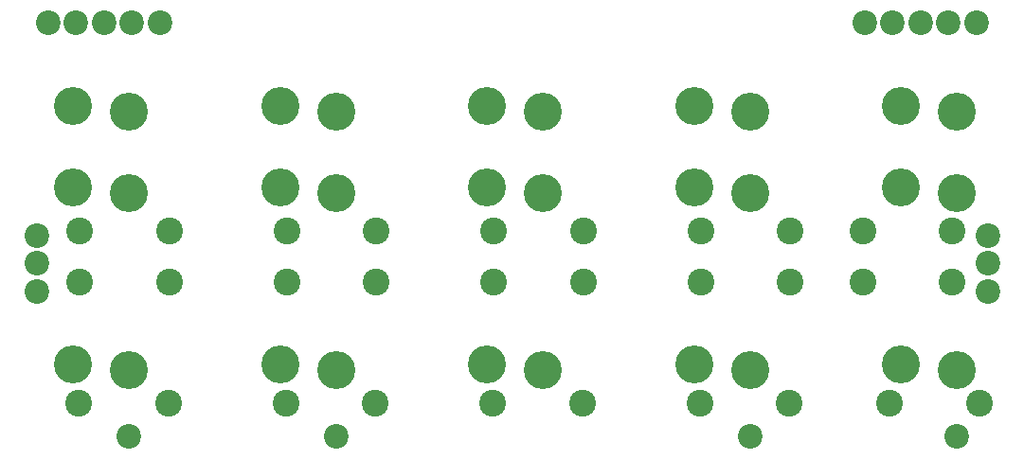
<source format=gbs>
G04 #@! TF.FileFunction,Soldermask,Bot*
%FSLAX46Y46*%
G04 Gerber Fmt 4.6, Leading zero omitted, Abs format (unit mm)*
G04 Created by KiCad (PCBNEW 4.0.1-stable) date Monday, April 18, 2016 'PMt' 04:19:38 PM*
%MOMM*%
G01*
G04 APERTURE LIST*
%ADD10C,0.100000*%
%ADD11C,2.200000*%
%ADD12C,2.400000*%
%ADD13C,3.400000*%
G04 APERTURE END LIST*
D10*
D11*
X84250000Y-40000000D03*
X65750000Y-40000000D03*
X28750000Y-40000000D03*
X10250000Y-40000000D03*
X86000000Y-3000000D03*
X83500000Y-3000000D03*
X81000000Y-3000000D03*
X78500000Y-3000000D03*
X76000000Y-3000000D03*
X13000000Y-3000000D03*
X10500000Y-3000000D03*
X8000000Y-3000000D03*
X5500000Y-3000000D03*
X3000000Y-3000000D03*
D12*
X5850000Y-26200000D03*
X5850000Y-21600000D03*
X13850000Y-21600000D03*
X13850000Y-26200000D03*
X75850000Y-26200000D03*
X61350000Y-26200000D03*
X42850000Y-26200000D03*
X24350000Y-26200000D03*
X83850000Y-26200000D03*
X69350000Y-26200000D03*
X50850000Y-26200000D03*
X32350000Y-26200000D03*
X83850000Y-21599999D03*
X69350000Y-21600000D03*
X50850000Y-21600000D03*
X32350000Y-21600000D03*
X75850000Y-21600000D03*
X61350000Y-21600000D03*
X42850000Y-21600000D03*
X24350000Y-21600000D03*
D11*
X87000000Y-22000000D03*
X87000000Y-24500000D03*
X2000000Y-22000000D03*
X2000000Y-24500000D03*
D12*
X86250000Y-37000000D03*
X78250000Y-37000000D03*
X61250000Y-37000000D03*
X42750000Y-37000000D03*
X24250000Y-37000000D03*
X69250000Y-37000000D03*
X50750000Y-37000000D03*
X32250000Y-37000000D03*
D13*
X84250000Y-34000000D03*
X65750000Y-34000000D03*
X47250000Y-34000000D03*
X28750000Y-34000000D03*
X79250000Y-33500000D03*
X60750000Y-33500000D03*
X42250000Y-33500000D03*
X23750000Y-33500000D03*
X84250000Y-18200000D03*
X65750000Y-18200000D03*
X47250000Y-18200000D03*
X28750000Y-18200000D03*
X79250000Y-17700000D03*
X60750000Y-17700000D03*
X42250000Y-17700000D03*
X23750000Y-17700000D03*
X79250000Y-10400000D03*
X60750000Y-10400000D03*
X42250000Y-10400000D03*
X23750000Y-10400000D03*
X84250000Y-10900000D03*
X65750000Y-10900000D03*
X47250000Y-10900000D03*
X28750000Y-10900000D03*
X5250000Y-10400000D03*
X5250000Y-17700000D03*
X10250000Y-10900000D03*
X10250000Y-18200000D03*
X10250000Y-34000000D03*
D12*
X13750000Y-37000000D03*
X5750000Y-37000000D03*
D13*
X5250000Y-33500000D03*
D11*
X87000000Y-27000000D03*
X2000000Y-27000000D03*
M02*

</source>
